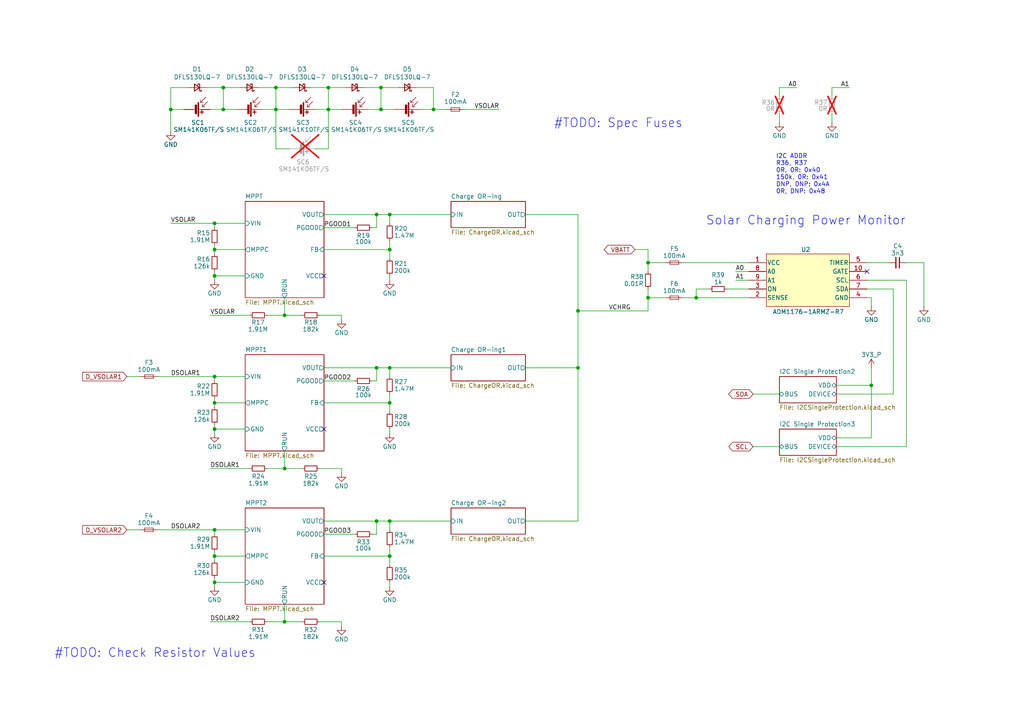
<source format=kicad_sch>
(kicad_sch (version 20250114) (generator "eeschema") (generator_version "9.0")
  (paper "A4")
  (title_block (title "Argus XY Solar Panel") (date "2025-04-20") (rev "v3.1") (company "Carnegie Mellon University") (comment 1 "N. Khera") (comment 2 "V. Rajesh"))
  (lib_symbols
    (symbol "Argus-IC:ADM1176-1ARMZ-R7" (pin_names (offset 0.254))
      (property "Reference" "U9" (at 0 8.89 0))
      (property "Value" "ADM1176-1ARMZ-R7" (at 0.762 -9.144 0))
      (symbol "ADM1176-1ARMZ-R7_1_0"
        (pin unspecified line (at -16.51 5.08 0) (length 5.08) (name "VCC") (number "1"))
        (pin unspecified line (at -16.51 2.54 0) (length 5.08) (name "A0") (number "8"))
        (pin unspecified line (at -16.51 0 0) (length 5.08) (name "A1") (number "9"))
        (pin unspecified line (at -16.51 -2.54 0) (length 5.08) (name "ON") (number "3"))
        (pin unspecified line (at -16.51 -5.08 0) (length 5.08) (name "SENSE") (number "2"))
        (pin unspecified line (at 17.78 5.08 180) (length 5.08) (name "TIMER") (number "5"))
        (pin unspecified line (at 17.78 2.54 180) (length 5.08) (name "GATE") (number "10"))
        (pin unspecified line (at 17.78 0 180) (length 5.08) (name "SCL") (number "6"))
        (pin unspecified line (at 17.78 -2.54 180) (length 5.08) (name "SDA") (number "7"))
        (pin unspecified line (at 17.78 -5.08 180) (length 5.08) (name "GND") (number "4"))
      )
      (symbol "ADM1176-1ARMZ-R7_1_1"
        (rectangle (start -11.43 7.62) (end 12.7 -7.62) (fill (type background)))
      )
    )
    (symbol "Device:C_Small" (pin_numbers (hide yes)) (pin_names (offset 0.254) (hide yes))
      (property "Reference" "C" (at 0.254 1.778 0))
      (property "Value" "C_Small" (at 0.254 -2.032 0))
      (symbol "C_Small_0_1"
        (polyline (pts (xy -1.524 0.508) (xy 1.524 0.508)) (stroke (width 0.3048)))
        (polyline (pts (xy -1.524 -0.508) (xy 1.524 -0.508)) (stroke (width 0.3302)))
      )
      (symbol "C_Small_1_1"
        (pin passive line (at 0 2.54 270) (length 2.032) (name "~") (number "1"))
        (pin passive line (at 0 -2.54 90) (length 2.032) (name "~") (number "2"))
      )
    )
    (symbol "Device:D_Schottky_Small" (pin_numbers (hide yes)) (pin_names (offset 0.254) (hide yes))
      (property "Reference" "D" (at -1.27 2.032 0))
      (property "Value" "D_Schottky_Small" (at -7.112 -2.032 0))
      (symbol "D_Schottky_Small_0_1"
        (polyline (pts (xy -1.27 0.762) (xy -1.27 1.016) (xy -0.762 1.016) (xy -0.762 -1.016) (xy -0.254 -1.016) (xy -0.254 -0.762)) (stroke (width 0.254)))
        (polyline (pts (xy -0.762 0) (xy 0.762 0)))
        (polyline (pts (xy 0.762 -1.016) (xy -0.762 0) (xy 0.762 1.016) (xy 0.762 -1.016)) (stroke (width 0.254)))
      )
      (symbol "D_Schottky_Small_1_1"
        (pin passive line (at -2.54 0 0) (length 1.778) (name "K") (number "1"))
        (pin passive line (at 2.54 0 180) (length 1.778) (name "A") (number "2"))
      )
    )
    (symbol "Device:Fuse_Small" (pin_numbers (hide yes)) (pin_names (offset 0.254) (hide yes))
      (property "Reference" "F" (at 0 -1.524 0))
      (property "Value" "Fuse_Small" (at 0 1.524 0))
      (symbol "Fuse_Small_0_1"
        (rectangle (start -1.27 0.508) (end 1.27 -0.508))
        (polyline (pts (xy -1.27 0) (xy 1.27 0)))
      )
      (symbol "Fuse_Small_1_1"
        (pin passive line (at -2.54 0 0) (length 1.27) (name "~") (number "1"))
        (pin passive line (at 2.54 0 180) (length 1.27) (name "~") (number "2"))
      )
    )
    (symbol "Device:R_Small" (pin_numbers (hide yes)) (pin_names (offset 0.254) (hide yes))
      (property "Reference" "R" (at 0 0 90))
      (property "Value" "R_Small" (at 1.778 0 90))
      (symbol "R_Small_0_1"
        (rectangle (start -0.762 1.778) (end 0.762 -1.778) (stroke (width 0.2032)))
      )
      (symbol "R_Small_1_1"
        (pin passive line (at 0 2.54 270) (length 0.762) (name "~") (number "1"))
        (pin passive line (at 0 -2.54 90) (length 0.762) (name "~") (number "2"))
      )
    )
    (symbol "Device:Solar_Cell" (pin_numbers (hide yes)) (pin_names (offset 0) (hide yes))
      (property "Reference" "SC" (at 2.54 2.54 0))
      (property "Value" "Solar_Cell" (at 2.54 0 0))
      (symbol "Solar_Cell_0_1"
        (polyline (pts (xy -2.032 3.048) (xy -2.032 2.286) (xy -2.794 2.286)))
        (polyline (pts (xy -2.032 2.286) (xy -3.556 3.81)))
        (rectangle (start -2.032 1.778) (end 2.032 1.524) (fill (type outline)))
        (rectangle (start -1.3208 1.1938) (end 1.27 0.6858) (fill (type outline)))
        (polyline (pts (xy -0.762 3.556) (xy -0.762 2.794) (xy -1.524 2.794)))
        (polyline (pts (xy -0.762 2.794) (xy -2.286 4.318)))
        (polyline (pts (xy 0 1.778) (xy 0 2.54)))
        (polyline (pts (xy 0 0.762) (xy 0 0)))
        (polyline (pts (xy 0.254 2.667) (xy 1.27 2.667)) (stroke (width 0.254)))
        (polyline (pts (xy 0.762 3.175) (xy 0.762 2.159)) (stroke (width 0.254)))
      )
      (symbol "Solar_Cell_1_1"
        (pin passive line (at 0 5.08 270) (length 2.54) (name "+") (number "1"))
        (pin passive line (at 0 -2.54 90) (length 2.54) (name "-") (number "2"))
      )
    )
    (symbol "power:+3.3V" (power) (pin_numbers (hide yes)) (pin_names (offset 0) (hide yes))
      (property "Value" "+3.3V" (at 0 3.556 0))
      (symbol "+3.3V_0_1"
        (polyline (pts (xy -0.762 1.27) (xy 0 2.54)))
        (polyline (pts (xy 0 2.54) (xy 0.762 1.27)))
        (polyline (pts (xy 0 0) (xy 0 2.54)))
      )
      (symbol "+3.3V_1_1"
        (pin power_in line (at 0 0 90) (length 0) (name "~") (number "1"))
      )
    )
    (symbol "power:GND" (power) (pin_numbers (hide yes)) (pin_names (offset 0) (hide yes))
      (property "Value" "GND" (at 0 -3.81 0))
      (symbol "GND_0_1"
        (polyline (pts (xy 0 0) (xy 0 -1.27) (xy 1.27 -1.27) (xy 0 -2.54) (xy -1.27 -1.27) (xy 0 -1.27)))
      )
      (symbol "GND_1_1"
        (pin power_in line (at 0 0 270) (length 0) (name "~") (number "1"))
      )
    )
  )
  (text "I2C ADDR\nR36, R37\n0R, 0R: 0x40\n150k, 0R: 0x41\nDNP, DNP: 0x4A\n0R, DNP: 0x48\n" (at 225.044 56.388 0) (effects (font (size 1.27 1.27)) (justify left bottom)))
  (text "#TODO: Check Resistor Values" (at 44.958 189.484 0) (effects (font (size 2.54 2.54))))
  (text "#TODO: Spec Fuses" (at 179.324 35.814 0) (effects (font (size 2.54 2.54))))
  (text "Solar Charging Power Monitor" (at 204.724 65.532 0) (effects (font (size 2.54 2.54)) (justify left bottom)))
  (junction (at 110.49 25.4))
  (junction (at 62.23 124.46))
  (junction (at 95.25 31.75))
  (junction (at 167.64 90.17))
  (junction (at 125.73 31.75))
  (junction (at 109.22 151.13))
  (junction (at 62.23 161.29))
  (junction (at 62.23 109.22))
  (junction (at 80.01 25.4))
  (junction (at 113.03 62.23))
  (junction (at 113.03 106.68))
  (junction (at 62.23 168.91))
  (junction (at 113.03 116.84))
  (junction (at 109.22 106.68))
  (junction (at 62.23 72.39))
  (junction (at 62.23 116.84))
  (junction (at 82.55 91.44))
  (junction (at 201.93 86.36))
  (junction (at 167.64 106.68))
  (junction (at 82.55 180.34))
  (junction (at 95.25 25.4))
  (junction (at 109.22 62.23))
  (junction (at 187.96 76.2))
  (junction (at 80.01 31.75))
  (junction (at 82.55 135.89))
  (junction (at 113.03 72.39))
  (junction (at 49.53 31.75))
  (junction (at 64.77 31.75))
  (junction (at 64.77 25.4))
  (junction (at 62.23 153.67))
  (junction (at 62.23 80.01))
  (junction (at 113.03 151.13))
  (junction (at 113.03 161.29))
  (junction (at 187.96 86.36))
  (junction (at 252.73 111.76))
  (junction (at 110.49 31.75))
  (junction (at 62.23 64.77))
  (no_connect (at 251.46 78.74))
  (no_connect (at 93.98 124.46))
  (no_connect (at 93.98 168.91))
  (no_connect (at 93.98 80.01))
  (wire (pts (xy 251.46 76.2) (xy 257.81 76.2)))
  (wire (pts (xy 113.03 158.75) (xy 113.03 161.29)))
  (wire (pts (xy 60.96 180.34) (xy 72.39 180.34)))
  (wire (pts (xy 62.23 116.84) (xy 71.12 116.84)))
  (wire (pts (xy 241.3 25.4) (xy 241.3 27.94)))
  (wire (pts (xy 113.03 69.85) (xy 113.03 72.39)))
  (wire (pts (xy 107.95 66.04) (xy 109.22 66.04)))
  (wire (pts (xy 82.55 130.81) (xy 82.55 135.89)))
  (wire (pts (xy 113.03 62.23) (xy 130.81 62.23)))
  (wire (pts (xy 62.23 71.12) (xy 62.23 72.39)))
  (wire (pts (xy 109.22 106.68) (xy 113.03 106.68)))
  (wire (pts (xy 267.97 76.2) (xy 267.97 88.9)))
  (wire (pts (xy 259.08 83.82) (xy 259.08 114.3)))
  (wire (pts (xy 251.46 83.82) (xy 259.08 83.82)))
  (wire (pts (xy 62.23 115.57) (xy 62.23 116.84)))
  (wire (pts (xy 77.47 135.89) (xy 82.55 135.89)))
  (wire (pts (xy 59.69 25.4) (xy 64.77 25.4)))
  (wire (pts (xy 93.98 62.23) (xy 109.22 62.23)))
  (wire (pts (xy 109.22 106.68) (xy 109.22 110.49)))
  (wire (pts (xy 62.23 78.74) (xy 62.23 80.01)))
  (wire (pts (xy 62.23 109.22) (xy 62.23 110.49)))
  (wire (pts (xy 95.25 31.75) (xy 99.06 31.75)))
  (wire (pts (xy 187.96 72.39) (xy 187.96 76.2)))
  (wire (pts (xy 226.06 129.54) (xy 218.44 129.54)))
  (wire (pts (xy 71.12 168.91) (xy 62.23 168.91)))
  (wire (pts (xy 226.06 33.02) (xy 226.06 35.56)))
  (wire (pts (xy 36.83 109.22) (xy 40.64 109.22)))
  (wire (pts (xy 64.77 31.75) (xy 60.96 31.75)))
  (wire (pts (xy 91.44 43.18) (xy 95.25 43.18)))
  (wire (pts (xy 251.46 81.28) (xy 262.89 81.28)))
  (wire (pts (xy 113.03 106.68) (xy 130.81 106.68)))
  (wire (pts (xy 45.72 109.22) (xy 62.23 109.22)))
  (wire (pts (xy 49.53 25.4) (xy 49.53 31.75)))
  (wire (pts (xy 64.77 25.4) (xy 64.77 31.75)))
  (wire (pts (xy 187.96 76.2) (xy 193.04 76.2)))
  (wire (pts (xy 93.98 72.39) (xy 113.03 72.39)))
  (wire (pts (xy 120.65 25.4) (xy 125.73 25.4)))
  (wire (pts (xy 242.57 129.54) (xy 262.89 129.54)))
  (wire (pts (xy 113.03 151.13) (xy 113.03 153.67)))
  (wire (pts (xy 76.2 31.75) (xy 80.01 31.75)))
  (wire (pts (xy 187.96 86.36) (xy 193.04 86.36)))
  (wire (pts (xy 82.55 91.44) (xy 87.63 91.44)))
  (wire (pts (xy 113.03 80.01) (xy 113.03 81.28)))
  (wire (pts (xy 109.22 151.13) (xy 113.03 151.13)))
  (wire (pts (xy 99.06 180.34) (xy 92.71 180.34)))
  (wire (pts (xy 125.73 31.75) (xy 125.73 25.4)))
  (wire (pts (xy 201.93 83.82) (xy 201.93 86.36)))
  (wire (pts (xy 93.98 154.94) (xy 102.87 154.94)))
  (wire (pts (xy 49.53 31.75) (xy 53.34 31.75)))
  (wire (pts (xy 167.64 90.17) (xy 167.64 106.68)))
  (wire (pts (xy 167.64 151.13) (xy 152.4 151.13)))
  (wire (pts (xy 36.83 153.67) (xy 40.64 153.67)))
  (wire (pts (xy 62.23 168.91) (xy 62.23 170.18)))
  (wire (pts (xy 62.23 153.67) (xy 62.23 154.94)))
  (wire (pts (xy 113.03 116.84) (xy 113.03 119.38)))
  (wire (pts (xy 242.57 111.76) (xy 252.73 111.76)))
  (wire (pts (xy 93.98 110.49) (xy 102.87 110.49)))
  (wire (pts (xy 113.03 151.13) (xy 130.81 151.13)))
  (wire (pts (xy 62.23 116.84) (xy 62.23 118.11)))
  (wire (pts (xy 134.62 31.75) (xy 144.78 31.75)))
  (wire (pts (xy 74.93 25.4) (xy 80.01 25.4)))
  (wire (pts (xy 113.03 114.3) (xy 113.03 116.84)))
  (wire (pts (xy 110.49 25.4) (xy 110.49 31.75)))
  (wire (pts (xy 121.92 31.75) (xy 125.73 31.75)))
  (wire (pts (xy 90.17 25.4) (xy 95.25 25.4)))
  (wire (pts (xy 152.4 62.23) (xy 167.64 62.23)))
  (wire (pts (xy 252.73 127) (xy 242.57 127)))
  (wire (pts (xy 241.3 33.02) (xy 241.3 35.56)))
  (wire (pts (xy 62.23 64.77) (xy 62.23 66.04)))
  (wire (pts (xy 82.55 175.26) (xy 82.55 180.34)))
  (wire (pts (xy 77.47 91.44) (xy 82.55 91.44)))
  (wire (pts (xy 252.73 127) (xy 252.73 111.76)))
  (wire (pts (xy 62.23 72.39) (xy 71.12 72.39)))
  (wire (pts (xy 187.96 76.2) (xy 187.96 78.74)))
  (wire (pts (xy 109.22 151.13) (xy 109.22 154.94)))
  (wire (pts (xy 80.01 31.75) (xy 80.01 25.4)))
  (wire (pts (xy 241.3 25.4) (xy 246.38 25.4)))
  (wire (pts (xy 82.55 180.34) (xy 87.63 180.34)))
  (wire (pts (xy 80.01 43.18) (xy 83.82 43.18)))
  (wire (pts (xy 82.55 86.36) (xy 82.55 91.44)))
  (wire (pts (xy 217.17 83.82) (xy 210.82 83.82)))
  (wire (pts (xy 62.23 160.02) (xy 62.23 161.29)))
  (wire (pts (xy 62.23 72.39) (xy 62.23 73.66)))
  (wire (pts (xy 201.93 86.36) (xy 217.17 86.36)))
  (wire (pts (xy 82.55 135.89) (xy 87.63 135.89)))
  (wire (pts (xy 91.44 31.75) (xy 95.25 31.75)))
  (wire (pts (xy 49.53 64.77) (xy 62.23 64.77)))
  (wire (pts (xy 80.01 43.18) (xy 80.01 31.75)))
  (wire (pts (xy 45.72 153.67) (xy 62.23 153.67)))
  (wire (pts (xy 62.23 123.19) (xy 62.23 124.46)))
  (wire (pts (xy 205.74 83.82) (xy 201.93 83.82)))
  (wire (pts (xy 125.73 31.75) (xy 129.54 31.75)))
  (wire (pts (xy 71.12 80.01) (xy 62.23 80.01)))
  (wire (pts (xy 64.77 31.75) (xy 68.58 31.75)))
  (wire (pts (xy 62.23 161.29) (xy 62.23 162.56)))
  (wire (pts (xy 113.03 62.23) (xy 113.03 64.77)))
  (wire (pts (xy 267.97 76.2) (xy 262.89 76.2)))
  (wire (pts (xy 252.73 86.36) (xy 251.46 86.36)))
  (wire (pts (xy 187.96 90.17) (xy 187.96 86.36)))
  (wire (pts (xy 93.98 116.84) (xy 113.03 116.84)))
  (wire (pts (xy 110.49 25.4) (xy 115.57 25.4)))
  (wire (pts (xy 107.95 154.94) (xy 109.22 154.94)))
  (wire (pts (xy 99.06 181.61) (xy 99.06 180.34)))
  (wire (pts (xy 60.96 91.44) (xy 72.39 91.44)))
  (wire (pts (xy 93.98 106.68) (xy 109.22 106.68)))
  (wire (pts (xy 62.23 64.77) (xy 71.12 64.77)))
  (wire (pts (xy 49.53 25.4) (xy 54.61 25.4)))
  (wire (pts (xy 109.22 62.23) (xy 113.03 62.23)))
  (wire (pts (xy 110.49 31.75) (xy 114.3 31.75)))
  (wire (pts (xy 184.15 72.39) (xy 187.96 72.39)))
  (wire (pts (xy 99.06 135.89) (xy 92.71 135.89)))
  (wire (pts (xy 62.23 153.67) (xy 71.12 153.67)))
  (wire (pts (xy 62.23 124.46) (xy 62.23 125.73)))
  (wire (pts (xy 95.25 43.18) (xy 95.25 31.75)))
  (wire (pts (xy 213.36 81.28) (xy 217.17 81.28)))
  (wire (pts (xy 99.06 92.71) (xy 99.06 91.44)))
  (wire (pts (xy 71.12 124.46) (xy 62.23 124.46)))
  (wire (pts (xy 99.06 91.44) (xy 92.71 91.44)))
  (wire (pts (xy 252.73 88.9) (xy 252.73 86.36)))
  (wire (pts (xy 113.03 106.68) (xy 113.03 109.22)))
  (wire (pts (xy 213.36 78.74) (xy 217.17 78.74)))
  (wire (pts (xy 167.64 90.17) (xy 187.96 90.17)))
  (wire (pts (xy 226.06 25.4) (xy 231.14 25.4)))
  (wire (pts (xy 95.25 25.4) (xy 100.33 25.4)))
  (wire (pts (xy 80.01 25.4) (xy 85.09 25.4)))
  (wire (pts (xy 167.64 62.23) (xy 167.64 90.17)))
  (wire (pts (xy 113.03 161.29) (xy 113.03 163.83)))
  (wire (pts (xy 80.01 31.75) (xy 83.82 31.75)))
  (wire (pts (xy 152.4 106.68) (xy 167.64 106.68)))
  (wire (pts (xy 107.95 110.49) (xy 109.22 110.49)))
  (wire (pts (xy 99.06 137.16) (xy 99.06 135.89)))
  (wire (pts (xy 93.98 151.13) (xy 109.22 151.13)))
  (wire (pts (xy 226.06 25.4) (xy 226.06 27.94)))
  (wire (pts (xy 93.98 66.04) (xy 102.87 66.04)))
  (wire (pts (xy 105.41 25.4) (xy 110.49 25.4)))
  (wire (pts (xy 198.12 76.2) (xy 217.17 76.2)))
  (wire (pts (xy 64.77 25.4) (xy 69.85 25.4)))
  (wire (pts (xy 62.23 167.64) (xy 62.23 168.91)))
  (wire (pts (xy 93.98 161.29) (xy 113.03 161.29)))
  (wire (pts (xy 167.64 106.68) (xy 167.64 151.13)))
  (wire (pts (xy 62.23 109.22) (xy 71.12 109.22)))
  (wire (pts (xy 113.03 72.39) (xy 113.03 74.93)))
  (wire (pts (xy 187.96 83.82) (xy 187.96 86.36)))
  (wire (pts (xy 198.12 86.36) (xy 201.93 86.36)))
  (wire (pts (xy 252.73 106.68) (xy 252.73 111.76)))
  (wire (pts (xy 242.57 114.3) (xy 259.08 114.3)))
  (wire (pts (xy 106.68 31.75) (xy 110.49 31.75)))
  (wire (pts (xy 49.53 31.75) (xy 49.53 38.1)))
  (wire (pts (xy 109.22 62.23) (xy 109.22 66.04)))
  (wire (pts (xy 95.25 25.4) (xy 95.25 31.75)))
  (wire (pts (xy 262.89 81.28) (xy 262.89 129.54)))
  (wire (pts (xy 77.47 180.34) (xy 82.55 180.34)))
  (wire (pts (xy 113.03 168.91) (xy 113.03 170.18)))
  (wire (pts (xy 62.23 80.01) (xy 62.23 81.28)))
  (wire (pts (xy 113.03 124.46) (xy 113.03 125.73)))
  (wire (pts (xy 226.06 114.3) (xy 218.44 114.3)))
  (wire (pts (xy 62.23 161.29) (xy 71.12 161.29)))
  (wire (pts (xy 60.96 135.89) (xy 72.39 135.89)))
  (label "A0" (at 231.14 25.4 180))
  (label "A1" (at 246.38 25.4 180))
  (label "PGOOD3" (at 93.98 154.94 0))
  (label "VSOLAR" (at 144.78 31.75 180))
  (label "VCHRG" (at 176.53 90.17 0))
  (label "PGOOD1" (at 93.98 66.04 0))
  (label "VSOLAR" (at 49.53 64.77 0))
  (label "DSOLAR1" (at 49.53 109.22 0))
  (label "A0" (at 213.36 78.74 0))
  (label "DSOLAR1" (at 60.96 135.89 0))
  (label "DSOLAR2" (at 49.53 153.67 0))
  (label "PGOOD2" (at 93.98 110.49 0))
  (label "DSOLAR2" (at 60.96 180.34 0))
  (label "A1" (at 213.36 81.28 0))
  (label "VSOLAR" (at 60.96 91.44 0))
  (global_label "SDA" (shape bidirectional) (at 218.44 114.3 180) (property "Intersheetrefs" "${INTERSHEET_REFS}" (effects (hide yes))))
  (global_label "SCL" (shape bidirectional) (at 218.44 129.54 180) (property "Intersheetrefs" "${INTERSHEET_REFS}" (effects (hide yes))))
  (global_label "D_VSOLAR1" (shape input) (at 36.83 109.22 180) (property "Intersheetrefs" "${INTERSHEET_REFS}" (effects (hide yes))))
  (global_label "D_VSOLAR2" (shape input) (at 36.83 153.67 180) (property "Intersheetrefs" "${INTERSHEET_REFS}" (effects (hide yes))))
  (global_label "VBATT" (shape bidirectional) (at 184.15 72.39 180) (property "Intersheetrefs" "${INTERSHEET_REFS}" (effects (hide yes))))
  (symbol (lib_id "Device:D_Schottky_Small") (at 87.63 25.4 180) (unit 1)
    (property "Reference" "D3" (at 87.63 20.066 0))
    (property "Value" "DFLS130LQ-7" (at 87.63 22.352 0))
    (property "Footprint" "Diode_SMD:D_PowerDI-123" (effects (hide yes)))
    (property "Description" "Schottky diode, small symbol" (effects (hide yes)))
  )
  (symbol (lib_id "Device:R_Small") (at 105.41 66.04 90) (unit 1)
    (property "Reference" "R19" (at 105.41 68.326 90))
    (property "Value" "100k" (at 105.41 70.104 90))
    (property "Footprint" "Resistor_SMD:R_0603_1608Metric" (effects (hide yes)))
    (property "Description" "Resistor, small symbol" (effects (hide yes)))
  )
  (symbol (lib_id "Device:Solar_Cell") (at 101.6 31.75 270) (unit 1)
    (property "Reference" "SC4" (at 103.124 35.56 90))
    (property "Value" "SM141K06TF/S" (at 103.378 37.592 90))
    (property "Footprint" "Argus-Miscellaneous:SM141K06TF_S" (effects (hide yes)))
    (property "Description" "Single solar cell" (effects (hide yes)))
  )
  (symbol (lib_id "power:GND") (at 62.23 81.28 0) (unit 1)
    (property "Reference" "#PWR06" (effects (hide yes)))
    (property "Value" "GND" (at 62.23 85.09 0))
    (property "Description" "Power symbol creates a global label with name \"GND\" , ground" (effects (hide yes)))
  )
  (symbol (lib_id "power:GND") (at 113.03 125.73 0) (mirror y) (unit 1)
    (property "Reference" "#PWR013" (effects (hide yes)))
    (property "Value" "GND" (at 113.03 129.54 0))
    (property "Description" "Power symbol creates a global label with name \"GND\" , ground" (effects (hide yes)))
  )
  (symbol (lib_id "Argus-IC:ADM1176-1ARMZ-R7") (at 233.68 81.28 0) (unit 1)
    (property "Reference" "U2" (at 233.68 72.39 0))
    (property "Value" "ADM1176-1ARMZ-R7" (at 234.442 90.424 0))
    (property "Footprint" "Package_SO:MSOP-10_3x3mm_P0.5mm" (effects (hide yes)))
    (property "Flight" "ADM1176-1ARMZ-R7" (effects (hide yes)))
    (property "Manufacturer_Name" "Analog Devices Inc." (effects (hide yes)))
    (property "Manufacturer_Part_Number" "ADM1176-1ARMZ-R7" (effects (hide yes)))
    (property "Proto" "ADM1176-1ARMZ-R7" (effects (hide yes)))
  )
  (symbol (lib_id "Device:Fuse_Small") (at 195.58 76.2 180) (unit 1)
    (property "Reference" "F5" (at 195.58 72.136 0))
    (property "Value" "100mA" (at 195.58 74.168 0))
    (property "Footprint" "Fuse:Fuse_0603_1608Metric" (effects (hide yes)))
    (property "Description" "Fuse, small symbol" (effects (hide yes)))
  )
  (symbol (lib_id "Device:C_Small") (at 260.35 76.2 270) (unit 1)
    (property "Reference" "C4" (at 260.35 71.374 90))
    (property "Value" "3n3" (at 260.35 73.4314 90))
    (property "Footprint" "Capacitor_SMD:C_0603_1608Metric" (effects (hide yes)))
    (property "Description" "3.3nF +-10% 100V X7R 0603" (effects (hide yes)))
  )
  (symbol (lib_id "power:GND") (at 226.06 35.56 0) (unit 1)
    (property "Reference" "#PWR020" (effects (hide yes)))
    (property "Value" "GND" (at 226.06 39.37 0))
    (property "Description" "Power symbol creates a global label with name \"GND\" , ground" (effects (hide yes)))
  )
  (symbol (lib_id "Device:D_Schottky_Small") (at 72.39 25.4 180) (unit 1)
    (property "Reference" "D2" (at 72.39 20.066 0))
    (property "Value" "DFLS130LQ-7" (at 72.39 22.352 0))
    (property "Footprint" "Diode_SMD:D_PowerDI-123" (effects (hide yes)))
    (property "Description" "Schottky diode, small symbol" (effects (hide yes)))
  )
  (symbol (lib_id "Device:R_Small") (at 62.23 68.58 0) (unit 1)
    (property "Reference" "R15" (at 60.96 67.564 0) (effects (justify right)))
    (property "Value" "1.91M" (at 60.96 69.596 0) (effects (justify right)))
    (property "Footprint" "Resistor_SMD:R_0603_1608Metric" (effects (hide yes)))
    (property "Description" "Resistor, small symbol" (effects (hide yes)))
  )
  (symbol (lib_id "Device:D_Schottky_Small") (at 102.87 25.4 180) (unit 1)
    (property "Reference" "D4" (at 102.87 20.066 0))
    (property "Value" "DFLS130LQ-7" (at 102.87 22.352 0))
    (property "Footprint" "Diode_SMD:D_PowerDI-123" (effects (hide yes)))
    (property "Description" "Schottky diode, small symbol" (effects (hide yes)))
  )
  (symbol (lib_id "Device:R_Small") (at 208.28 83.82 90) (mirror x) (unit 1)
    (property "Reference" "R39" (at 208.28 79.756 90))
    (property "Value" "1k" (at 208.28 81.788 90))
    (property "Footprint" "Resistor_SMD:R_0603_1608Metric" (effects (hide yes)))
    (property "Description" "Resistor, small symbol" (effects (hide yes)))
  )
  (symbol (lib_id "power:GND") (at 99.06 92.71 0) (mirror y) (unit 1)
    (property "Reference" "#PWR022" (effects (hide yes)))
    (property "Value" "GND" (at 99.06 96.52 0))
    (property "Description" "Power symbol creates a global label with name \"GND\" , ground" (effects (hide yes)))
  )
  (symbol (lib_id "power:GND") (at 252.73 88.9 0) (unit 1)
    (property "Reference" "#PWR056" (effects (hide yes)))
    (property "Value" "GND" (at 252.73 92.71 0))
    (property "Description" "Power symbol creates a global label with name \"GND\" , ground" (effects (hide yes)))
  )
  (symbol (lib_id "Device:R_Small") (at 62.23 157.48 0) (unit 1)
    (property "Reference" "R29" (at 60.96 156.464 0) (effects (justify right)))
    (property "Value" "1.91M" (at 60.96 158.496 0) (effects (justify right)))
    (property "Footprint" "Resistor_SMD:R_0603_1608Metric" (effects (hide yes)))
    (property "Description" "Resistor, small symbol" (effects (hide yes)))
  )
  (symbol (lib_id "Device:R_Small") (at 62.23 165.1 0) (unit 1)
    (property "Reference" "R30" (at 60.96 164.084 0) (effects (justify right)))
    (property "Value" "126k" (at 60.96 166.116 0) (effects (justify right)))
    (property "Footprint" "Resistor_SMD:R_0603_1608Metric" (effects (hide yes)))
    (property "Description" "Resistor, small symbol" (effects (hide yes)))
  )
  (symbol (lib_id "Device:Solar_Cell") (at 86.36 43.18 270) (unit 1) (dnp yes)
    (property "Reference" "SC6" (at 87.884 46.99 90))
    (property "Value" "SM141K06TF/S" (at 88.138 49.022 90))
    (property "Footprint" "Argus-Miscellaneous:SM141K06TF_S" (effects (hide yes)))
    (property "Description" "Single solar cell" (effects (hide yes)))
  )
  (symbol (lib_id "Device:R_Small") (at 113.03 67.31 0) (mirror y) (unit 1)
    (property "Reference" "R20" (at 114.3 66.294 0) (effects (justify right)))
    (property "Value" "1.47M" (at 114.3 68.326 0) (effects (justify right)))
    (property "Footprint" "Resistor_SMD:R_0603_1608Metric" (effects (hide yes)))
    (property "Description" "Resistor, small symbol" (effects (hide yes)))
  )
  (symbol (lib_id "Device:R_Small") (at 90.17 180.34 90) (unit 1)
    (property "Reference" "R32" (at 90.17 182.626 90))
    (property "Value" "182k" (at 90.17 184.658 90))
    (property "Footprint" "Resistor_SMD:R_0603_1608Metric" (effects (hide yes)))
    (property "Description" "Resistor, small symbol" (effects (hide yes)))
  )
  (symbol (lib_id "Device:Fuse_Small") (at 43.18 153.67 180) (unit 1)
    (property "Reference" "F4" (at 43.18 149.606 0))
    (property "Value" "100mA" (at 43.18 151.638 0))
    (property "Footprint" "Fuse:Fuse_0603_1608Metric" (effects (hide yes)))
    (property "Description" "Fuse, small symbol" (effects (hide yes)))
  )
  (symbol (lib_id "Device:Fuse_Small") (at 43.18 109.22 180) (unit 1)
    (property "Reference" "F3" (at 43.18 105.156 0))
    (property "Value" "100mA" (at 43.18 107.188 0))
    (property "Footprint" "Fuse:Fuse_0603_1608Metric" (effects (hide yes)))
    (property "Description" "Fuse, small symbol" (effects (hide yes)))
  )
  (symbol (lib_id "Device:R_Small") (at 74.93 180.34 90) (unit 1)
    (property "Reference" "R31" (at 74.93 182.626 90))
    (property "Value" "1.91M" (at 74.93 184.658 90))
    (property "Footprint" "Resistor_SMD:R_0603_1608Metric" (effects (hide yes)))
    (property "Description" "Resistor, small symbol" (effects (hide yes)))
  )
  (symbol (lib_id "Device:R_Small") (at 113.03 111.76 0) (mirror y) (unit 1)
    (property "Reference" "R27" (at 114.3 110.744 0) (effects (justify right)))
    (property "Value" "1.47M" (at 114.3 112.776 0) (effects (justify right)))
    (property "Footprint" "Resistor_SMD:R_0603_1608Metric" (effects (hide yes)))
    (property "Description" "Resistor, small symbol" (effects (hide yes)))
  )
  (symbol (lib_id "Device:R_Small") (at 90.17 91.44 90) (unit 1)
    (property "Reference" "R18" (at 90.17 93.472 90))
    (property "Value" "182k" (at 90.17 95.504 90))
    (property "Footprint" "Resistor_SMD:R_0603_1608Metric" (effects (hide yes)))
    (property "Description" "Resistor, small symbol" (effects (hide yes)))
  )
  (symbol (lib_id "power:GND") (at 62.23 125.73 0) (unit 1)
    (property "Reference" "#PWR07" (effects (hide yes)))
    (property "Value" "GND" (at 62.23 129.54 0))
    (property "Description" "Power symbol creates a global label with name \"GND\" , ground" (effects (hide yes)))
  )
  (symbol (lib_id "power:GND") (at 62.23 170.18 0) (unit 1)
    (property "Reference" "#PWR08" (effects (hide yes)))
    (property "Value" "GND" (at 62.23 173.99 0))
    (property "Description" "Power symbol creates a global label with name \"GND\" , ground" (effects (hide yes)))
  )
  (symbol (lib_id "power:GND") (at 241.3 35.56 0) (unit 1)
    (property "Reference" "#PWR052" (effects (hide yes)))
    (property "Value" "GND" (at 241.3 39.37 0))
    (property "Description" "Power symbol creates a global label with name \"GND\" , ground" (effects (hide yes)))
  )
  (symbol (lib_id "Device:R_Small") (at 241.3 30.48 0) (mirror x) (unit 1) (dnp yes)
    (property "Reference" "R37" (at 240.03 29.718 0) (effects (justify right)))
    (property "Value" "0R" (at 240.03 31.496 0) (effects (justify right)))
    (property "Footprint" "Resistor_SMD:R_0603_1608Metric" (effects (hide yes)))
    (property "Description" "Resistor, small symbol" (effects (hide yes)))
  )
  (symbol (lib_id "Device:R_Small") (at 105.41 110.49 90) (unit 1)
    (property "Reference" "R26" (at 105.41 112.776 90))
    (property "Value" "100k" (at 105.41 114.554 90))
    (property "Footprint" "Resistor_SMD:R_0603_1608Metric" (effects (hide yes)))
    (property "Description" "Resistor, small symbol" (effects (hide yes)))
  )
  (symbol (lib_id "Device:R_Small") (at 62.23 113.03 0) (unit 1)
    (property "Reference" "R22" (at 60.96 112.014 0) (effects (justify right)))
    (property "Value" "1.91M" (at 60.96 114.046 0) (effects (justify right)))
    (property "Footprint" "Resistor_SMD:R_0603_1608Metric" (effects (hide yes)))
    (property "Description" "Resistor, small symbol" (effects (hide yes)))
  )
  (symbol (lib_id "power:GND") (at 267.97 88.9 0) (unit 1)
    (property "Reference" "#PWR057" (effects (hide yes)))
    (property "Value" "GND" (at 267.97 92.71 0))
    (property "Description" "Power symbol creates a global label with name \"GND\" , ground" (effects (hide yes)))
  )
  (symbol (lib_id "Device:Fuse_Small") (at 195.58 86.36 180) (unit 1)
    (property "Reference" "F6" (at 195.58 82.296 0))
    (property "Value" "100mA" (at 195.58 84.328 0))
    (property "Footprint" "Fuse:Fuse_0603_1608Metric" (effects (hide yes)))
    (property "Description" "Fuse, small symbol" (effects (hide yes)))
  )
  (symbol (lib_id "Device:R_Small") (at 113.03 166.37 0) (mirror y) (unit 1)
    (property "Reference" "R35" (at 114.3 165.354 0) (effects (justify right)))
    (property "Value" "200k" (at 114.3 167.386 0) (effects (justify right)))
    (property "Footprint" "Resistor_SMD:R_0603_1608Metric" (effects (hide yes)))
    (property "Description" "Resistor, small symbol" (effects (hide yes)))
  )
  (symbol (lib_id "Device:R_Small") (at 226.06 30.48 0) (mirror x) (unit 1) (dnp yes)
    (property "Reference" "R36" (at 224.79 29.718 0) (effects (justify right)))
    (property "Value" "0R" (at 224.79 31.496 0) (effects (justify right)))
    (property "Footprint" "Resistor_SMD:R_0603_1608Metric" (effects (hide yes)))
    (property "Description" "Resistor, small symbol" (effects (hide yes)))
  )
  (symbol (lib_id "Device:R_Small") (at 62.23 120.65 0) (unit 1)
    (property "Reference" "R23" (at 60.96 119.634 0) (effects (justify right)))
    (property "Value" "126k" (at 60.96 121.666 0) (effects (justify right)))
    (property "Footprint" "Resistor_SMD:R_0603_1608Metric" (effects (hide yes)))
    (property "Description" "Resistor, small symbol" (effects (hide yes)))
  )
  (symbol (lib_id "power:+3.3V") (at 252.73 106.68 0) (unit 1)
    (property "Reference" "#PWR063" (effects (hide yes)))
    (property "Value" "3V3_P" (at 252.73 102.87 0))
    (property "Description" "Power symbol creates a global label with name \"+3.3V\"" (effects (hide yes)))
  )
  (symbol (lib_id "Device:Fuse_Small") (at 132.08 31.75 180) (unit 1)
    (property "Reference" "F2" (at 132.08 27.432 0))
    (property "Value" "100mA" (at 132.08 29.464 0))
    (property "Footprint" "Fuse:Fuse_0603_1608Metric" (effects (hide yes)))
    (property "Description" "Fuse, small symbol" (effects (hide yes)))
  )
  (symbol (lib_id "power:GND") (at 113.03 81.28 0) (mirror y) (unit 1)
    (property "Reference" "#PWR09" (effects (hide yes)))
    (property "Value" "GND" (at 113.03 85.09 0))
    (property "Description" "Power symbol creates a global label with name \"GND\" , ground" (effects (hide yes)))
  )
  (symbol (lib_id "Device:R_Small") (at 113.03 77.47 0) (mirror y) (unit 1)
    (property "Reference" "R21" (at 114.3 76.454 0) (effects (justify right)))
    (property "Value" "200k" (at 114.3 78.486 0) (effects (justify right)))
    (property "Footprint" "Resistor_SMD:R_0603_1608Metric" (effects (hide yes)))
    (property "Description" "Resistor, small symbol" (effects (hide yes)))
  )
  (symbol (lib_id "Device:Solar_Cell") (at 116.84 31.75 270) (unit 1)
    (property "Reference" "SC5" (at 118.364 35.56 90))
    (property "Value" "SM141K06TF/S" (at 118.618 37.592 90))
    (property "Footprint" "Argus-Miscellaneous:SM141K06TF_S" (effects (hide yes)))
    (property "Description" "Single solar cell" (effects (hide yes)))
  )
  (symbol (lib_id "Device:D_Schottky_Small") (at 57.15 25.4 180) (unit 1)
    (property "Reference" "D1" (at 57.15 20.066 0))
    (property "Value" "DFLS130LQ-7" (at 57.15 22.352 0))
    (property "Footprint" "Diode_SMD:D_PowerDI-123" (effects (hide yes)))
    (property "Description" "Schottky diode, small symbol" (effects (hide yes)))
  )
  (symbol (lib_id "Device:Solar_Cell") (at 55.88 31.75 270) (unit 1)
    (property "Reference" "SC1" (at 57.404 35.56 90))
    (property "Value" "SM141K06TF/S" (at 57.658 37.592 90))
    (property "Footprint" "Argus-Miscellaneous:SM141K06TF_S" (effects (hide yes)))
    (property "Description" "Single solar cell" (effects (hide yes)))
  )
  (symbol (lib_id "power:GND") (at 113.03 170.18 0) (mirror y) (unit 1)
    (property "Reference" "#PWR016" (effects (hide yes)))
    (property "Value" "GND" (at 113.03 173.99 0))
    (property "Description" "Power symbol creates a global label with name \"GND\" , ground" (effects (hide yes)))
  )
  (symbol (lib_id "Device:R_Small") (at 113.03 156.21 0) (mirror y) (unit 1)
    (property "Reference" "R34" (at 114.3 155.194 0) (effects (justify right)))
    (property "Value" "1.47M" (at 114.3 157.226 0) (effects (justify right)))
    (property "Footprint" "Resistor_SMD:R_0603_1608Metric" (effects (hide yes)))
    (property "Description" "Resistor, small symbol" (effects (hide yes)))
  )
  (symbol (lib_id "Device:R_Small") (at 74.93 135.89 90) (unit 1)
    (property "Reference" "R24" (at 74.93 138.176 90))
    (property "Value" "1.91M" (at 74.93 140.208 90))
    (property "Footprint" "Resistor_SMD:R_0603_1608Metric" (effects (hide yes)))
    (property "Description" "Resistor, small symbol" (effects (hide yes)))
  )
  (symbol (lib_id "power:GND") (at 99.06 181.61 0) (mirror y) (unit 1)
    (property "Reference" "#PWR026" (effects (hide yes)))
    (property "Value" "GND" (at 99.06 185.42 0))
    (property "Description" "Power symbol creates a global label with name \"GND\" , ground" (effects (hide yes)))
  )
  (symbol (lib_id "Device:R_Small") (at 90.17 135.89 90) (unit 1)
    (property "Reference" "R25" (at 90.17 138.176 90))
    (property "Value" "182k" (at 90.17 140.208 90))
    (property "Footprint" "Resistor_SMD:R_0603_1608Metric" (effects (hide yes)))
    (property "Description" "Resistor, small symbol" (effects (hide yes)))
  )
  (symbol (lib_id "Device:D_Schottky_Small") (at 118.11 25.4 180) (unit 1)
    (property "Reference" "D5" (at 118.11 20.066 0))
    (property "Value" "DFLS130LQ-7" (at 118.11 22.352 0))
    (property "Footprint" "Diode_SMD:D_PowerDI-123" (effects (hide yes)))
    (property "Description" "Schottky diode, small symbol" (effects (hide yes)))
  )
  (symbol (lib_id "Device:Solar_Cell") (at 71.12 31.75 270) (unit 1)
    (property "Reference" "SC2" (at 72.644 35.56 90))
    (property "Value" "SM141K06TF/S" (at 72.898 37.592 90))
    (property "Footprint" "Argus-Miscellaneous:SM141K06TF_S" (effects (hide yes)))
    (property "Description" "Single solar cell" (effects (hide yes)))
  )
  (symbol (lib_id "Device:Solar_Cell") (at 86.36 31.75 270) (unit 1)
    (property "Reference" "SC3" (at 87.884 35.56 90))
    (property "Value" "SM141K10TF/S" (at 88.138 37.592 90))
    (property "Footprint" "Argus-Miscellaneous:SM141K10TF_S" (effects (hide yes)))
    (property "Description" "Single solar cell" (effects (hide yes)))
  )
  (symbol (lib_id "Device:R_Small") (at 187.96 81.28 0) (mirror x) (unit 1)
    (property "Reference" "R38" (at 186.69 80.264 0) (effects (justify right)))
    (property "Value" "0.01R" (at 186.69 82.296 0) (effects (justify right)))
    (property "Footprint" "Resistor_SMD:R_2512_6332Metric" (effects (hide yes)))
    (property "Description" "Resistor, small symbol" (effects (hide yes)))
  )
  (symbol (lib_id "Device:R_Small") (at 62.23 76.2 0) (unit 1)
    (property "Reference" "R16" (at 60.96 75.184 0) (effects (justify right)))
    (property "Value" "126k" (at 60.96 77.216 0) (effects (justify right)))
    (property "Footprint" "Resistor_SMD:R_0603_1608Metric" (effects (hide yes)))
    (property "Description" "Resistor, small symbol" (effects (hide yes)))
  )
  (symbol (lib_id "Device:R_Small") (at 105.41 154.94 90) (unit 1)
    (property "Reference" "R33" (at 105.41 157.226 90))
    (property "Value" "100k" (at 105.41 159.004 90))
    (property "Footprint" "Resistor_SMD:R_0603_1608Metric" (effects (hide yes)))
    (property "Description" "Resistor, small symbol" (effects (hide yes)))
  )
  (symbol (lib_id "power:GND") (at 49.53 38.1 0) (unit 1)
    (property "Reference" "#PWR04" (effects (hide yes)))
    (property "Value" "GND" (at 49.53 41.91 0))
    (property "Description" "Power symbol creates a global label with name \"GND\" , ground" (effects (hide yes)))
  )
  (symbol (lib_id "Device:R_Small") (at 113.03 121.92 0) (mirror y) (unit 1)
    (property "Reference" "R28" (at 114.3 120.904 0) (effects (justify right)))
    (property "Value" "200k" (at 114.3 122.936 0) (effects (justify right)))
    (property "Footprint" "Resistor_SMD:R_0603_1608Metric" (effects (hide yes)))
    (property "Description" "Resistor, small symbol" (effects (hide yes)))
  )
  (symbol (lib_id "Device:R_Small") (at 74.93 91.44 90) (unit 1)
    (property "Reference" "R17" (at 72.898 93.472 90) (effects (justify right)))
    (property "Value" "1.91M" (at 71.882 95.504 90) (effects (justify right)))
    (property "Footprint" "Resistor_SMD:R_0603_1608Metric" (effects (hide yes)))
    (property "Description" "Resistor, small symbol" (effects (hide yes)))
  )
  (symbol (lib_id "power:GND") (at 99.06 137.16 0) (mirror y) (unit 1)
    (property "Reference" "#PWR024" (effects (hide yes)))
    (property "Value" "GND" (at 99.06 140.97 0))
    (property "Description" "Power symbol creates a global label with name \"GND\" , ground" (effects (hide yes)))
  )
  (sheet (at 130.81 102.87) (size 21.59 7.62) (stroke (width 0.1524))
    (property "Sheetname" "Charge OR-ing1" (at 130.81 102.1584 0) (effects (justify left bottom)))
    (property "Sheetfile" "ChargeOR.kicad_sch" (at 130.81 111.0746 0) (effects (justify left top)))
    (pin "IN" input (at 130.81 106.68 180))
    (pin "OUT" output (at 152.4 106.68 0))
  )
  (sheet (at 226.06 109.22) (size 16.51 7.62) (stroke (width 0.1524))
    (property "Sheetname" "I2C Single Protection2" (at 226.06 108.5084 0) (effects (justify left bottom)))
    (property "Sheetfile" "I2CSingleProtection.kicad_sch" (at 226.06 117.4246 0) (effects (justify left top)))
    (pin "DEVICE" bidirectional (at 242.57 114.3 0))
    (pin "BUS" bidirectional (at 226.06 114.3 180))
    (pin "VDD" bidirectional (at 242.57 111.76 0))
  )
  (sheet (at 71.12 58.42) (size 22.86 27.94) (stroke (width 0.1524))
    (property "Sheetname" "MPPT" (at 71.12 57.7084 0) (effects (justify left bottom)))
    (property "Sheetfile" "MPPT.kicad_sch" (at 71.12 86.9446 0) (effects (justify left top)))
    (pin "VIN" input (at 71.12 64.77 180))
    (pin "GND" input (at 71.12 80.01 180))
    (pin "FB" input (at 93.98 72.39 0))
    (pin "VCC" output (at 93.98 80.01 0))
    (pin "PGOOD" output (at 93.98 66.04 0))
    (pin "VOUT" output (at 93.98 62.23 0))
    (pin "MPPC" output (at 71.12 72.39 180))
    (pin "RUN" output (at 82.55 86.36 270))
  )
  (sheet (at 130.81 58.42) (size 21.59 7.62) (stroke (width 0.1524))
    (property "Sheetname" "Charge OR-ing" (at 130.81 57.7084 0) (effects (justify left bottom)))
    (property "Sheetfile" "ChargeOR.kicad_sch" (at 130.81 66.6246 0) (effects (justify left top)))
    (pin "IN" input (at 130.81 62.23 180))
    (pin "OUT" output (at 152.4 62.23 0))
  )
  (sheet (at 71.12 147.32) (size 22.86 27.94) (stroke (width 0.1524))
    (property "Sheetname" "MPPT2" (at 71.12 146.6084 0) (effects (justify left bottom)))
    (property "Sheetfile" "MPPT.kicad_sch" (at 71.12 175.8446 0) (effects (justify left top)))
    (pin "VIN" input (at 71.12 153.67 180))
    (pin "GND" input (at 71.12 168.91 180))
    (pin "FB" input (at 93.98 161.29 0))
    (pin "VCC" output (at 93.98 168.91 0))
    (pin "PGOOD" output (at 93.98 154.94 0))
    (pin "VOUT" output (at 93.98 151.13 0))
    (pin "MPPC" output (at 71.12 161.29 180))
    (pin "RUN" output (at 82.55 175.26 270))
  )
  (sheet (at 71.12 102.87) (size 22.86 27.94) (stroke (width 0.1524))
    (property "Sheetname" "MPPT1" (at 71.12 102.1584 0) (effects (justify left bottom)))
    (property "Sheetfile" "MPPT.kicad_sch" (at 71.12 131.3946 0) (effects (justify left top)))
    (pin "VIN" input (at 71.12 109.22 180))
    (pin "GND" input (at 71.12 124.46 180))
    (pin "FB" input (at 93.98 116.84 0))
    (pin "VCC" output (at 93.98 124.46 0))
    (pin "PGOOD" output (at 93.98 110.49 0))
    (pin "VOUT" output (at 93.98 106.68 0))
    (pin "MPPC" output (at 71.12 116.84 180))
    (pin "RUN" output (at 82.55 130.81 270))
  )
  (sheet (at 226.06 124.46) (size 16.51 7.62) (stroke (width 0.1524))
    (property "Sheetname" "I2C Single Protection3" (at 226.06 123.7484 0) (effects (justify left bottom)))
    (property "Sheetfile" "I2CSingleProtection.kicad_sch" (at 226.06 132.6646 0) (effects (justify left top)))
    (pin "DEVICE" bidirectional (at 242.57 129.54 0))
    (pin "BUS" bidirectional (at 226.06 129.54 180))
    (pin "VDD" bidirectional (at 242.57 127 0))
  )
  (sheet (at 130.81 147.32) (size 21.59 7.62) (stroke (width 0.1524))
    (property "Sheetname" "Charge OR-ing2" (at 130.81 146.6084 0) (effects (justify left bottom)))
    (property "Sheetfile" "ChargeOR.kicad_sch" (at 130.81 155.5246 0) (effects (justify left top)))
    (pin "IN" input (at 130.81 151.13 180))
    (pin "OUT" output (at 152.4 151.13 0))
  )
)
</source>
